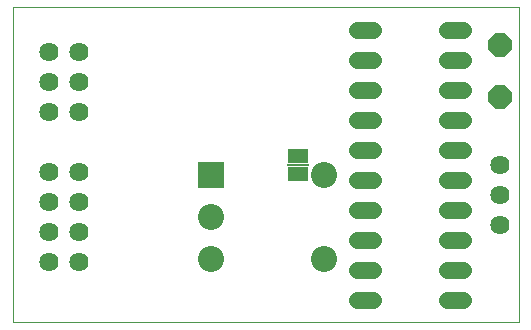
<source format=gbs>
G75*
%MOIN*%
%OFA0B0*%
%FSLAX25Y25*%
%IPPOS*%
%LPD*%
%AMOC8*
5,1,8,0,0,1.08239X$1,22.5*
%
%ADD10C,0.00000*%
%ADD11C,0.08668*%
%ADD12R,0.08668X0.08668*%
%ADD13C,0.06400*%
%ADD14C,0.05600*%
%ADD15OC8,0.08000*%
%ADD16R,0.06700X0.05000*%
%ADD17R,0.07200X0.00600*%
D10*
X0001500Y0021602D02*
X0001500Y0126562D01*
X0170201Y0126562D01*
X0170201Y0021602D01*
X0001500Y0021602D01*
D11*
X0067760Y0042586D03*
X0067760Y0056602D03*
X0105240Y0070617D03*
X0105240Y0042586D03*
D12*
X0067760Y0070617D03*
D13*
X0023500Y0071602D03*
X0013500Y0071602D03*
X0013500Y0061602D03*
X0023500Y0061602D03*
X0023500Y0051602D03*
X0013500Y0051602D03*
X0013500Y0041602D03*
X0023500Y0041602D03*
X0023500Y0091602D03*
X0013500Y0091602D03*
X0013500Y0101602D03*
X0023500Y0101602D03*
X0023500Y0111602D03*
X0013500Y0111602D03*
X0164000Y0074102D03*
X0164000Y0064102D03*
X0164000Y0054102D03*
D14*
X0151600Y0049121D02*
X0146400Y0049121D01*
X0146400Y0039121D02*
X0151600Y0039121D01*
X0151600Y0029121D02*
X0146400Y0029121D01*
X0121600Y0029121D02*
X0116400Y0029121D01*
X0116400Y0039121D02*
X0121600Y0039121D01*
X0121600Y0049121D02*
X0116400Y0049121D01*
X0116400Y0059121D02*
X0121600Y0059121D01*
X0121600Y0069121D02*
X0116400Y0069121D01*
X0116400Y0079121D02*
X0121600Y0079121D01*
X0121600Y0089121D02*
X0116400Y0089121D01*
X0116400Y0099121D02*
X0121600Y0099121D01*
X0121600Y0109121D02*
X0116400Y0109121D01*
X0116400Y0119121D02*
X0121600Y0119121D01*
X0146400Y0119121D02*
X0151600Y0119121D01*
X0151600Y0109121D02*
X0146400Y0109121D01*
X0146400Y0099121D02*
X0151600Y0099121D01*
X0151600Y0089121D02*
X0146400Y0089121D01*
X0146400Y0079121D02*
X0151600Y0079121D01*
X0151600Y0069121D02*
X0146400Y0069121D01*
X0146400Y0059121D02*
X0151600Y0059121D01*
D15*
X0164000Y0096602D03*
X0164000Y0114102D03*
D16*
X0096500Y0077102D03*
X0096500Y0071102D03*
D17*
X0096500Y0074102D03*
M02*

</source>
